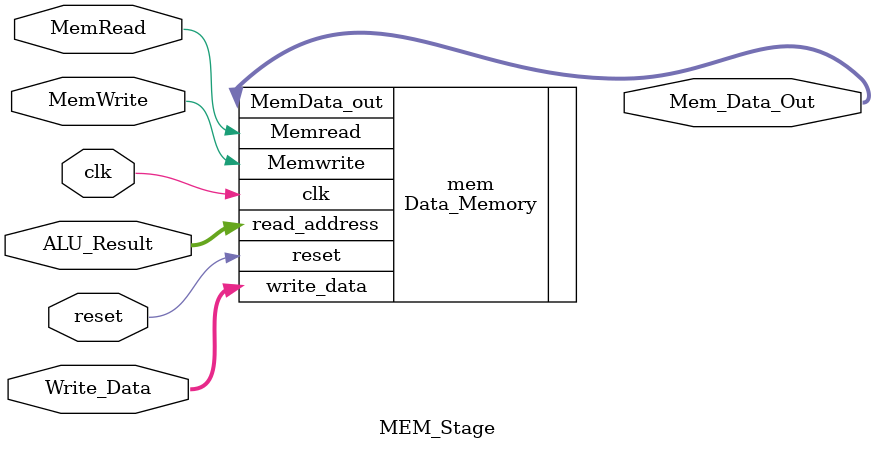
<source format=v>
module MEM_Stage (
    input clk,
    input reset,
    input MemWrite,
    input MemRead,
    input [31:0] ALU_Result,    // Address
    input [31:0] Write_Data,    // Data to write
    output [31:0] Mem_Data_Out  // Data read from memory
);

    Data_Memory mem (
        .clk(clk),
        .reset(reset),
        .Memwrite(MemWrite),
        .Memread(MemRead),
        .read_address(ALU_Result),
        .write_data(Write_Data),
        .MemData_out(Mem_Data_Out)
    );

endmodule 
</source>
